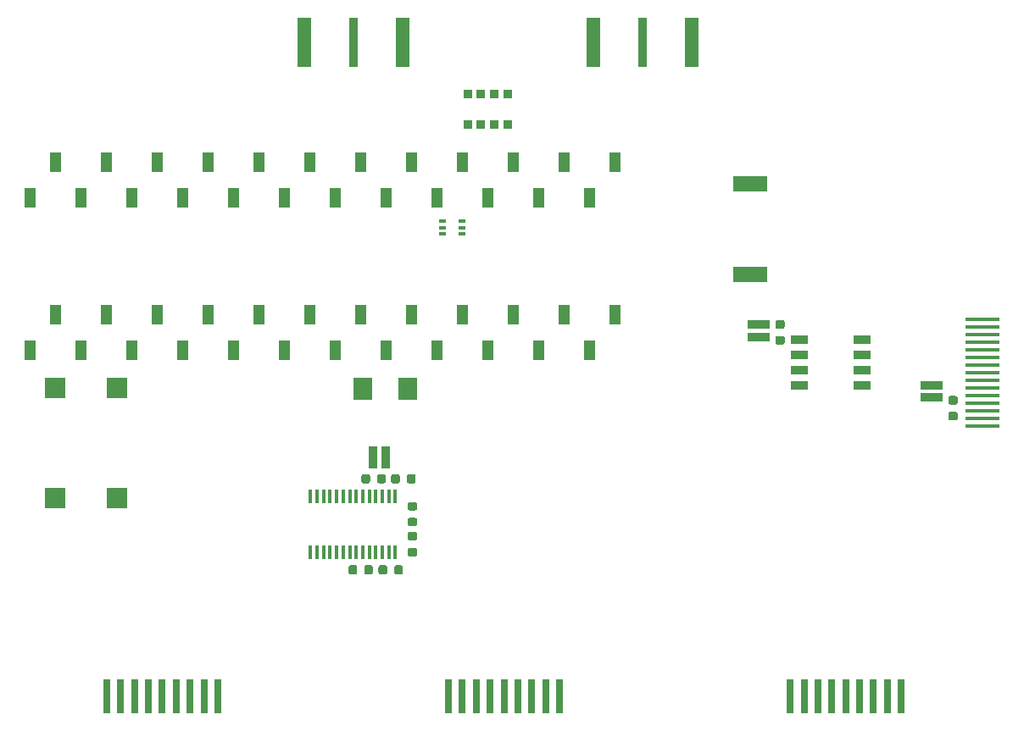
<source format=gtp>
G04 #@! TF.GenerationSoftware,KiCad,Pcbnew,(5.1.6)-1*
G04 #@! TF.CreationDate,2022-01-17T17:33:41-08:00*
G04 #@! TF.ProjectId,Attenuator Controller Board,41747465-6e75-4617-946f-7220436f6e74,rev?*
G04 #@! TF.SameCoordinates,Original*
G04 #@! TF.FileFunction,Paste,Top*
G04 #@! TF.FilePolarity,Positive*
%FSLAX46Y46*%
G04 Gerber Fmt 4.6, Leading zero omitted, Abs format (unit mm)*
G04 Created by KiCad (PCBNEW (5.1.6)-1) date 2022-01-17 17:33:41*
%MOMM*%
%LPD*%
G01*
G04 APERTURE LIST*
%ADD10C,0.010000*%
%ADD11R,0.800000X3.500001*%
%ADD12R,0.355600X1.473200*%
%ADD13R,1.701800X0.939800*%
%ADD14R,1.020000X1.905000*%
%ADD15R,1.879600X2.260600*%
%ADD16R,2.170000X0.900000*%
%ADD17R,0.900000X0.900000*%
%ADD18R,3.505200X0.304800*%
%ADD19R,0.860000X5.000000*%
%ADD20R,1.350000X5.000000*%
%ADD21R,2.000000X2.000000*%
%ADD22R,0.650000X0.400000*%
%ADD23R,0.900000X2.170000*%
%ADD24R,3.500000X1.500000*%
G04 APERTURE END LIST*
D10*
G36*
X130030000Y-83540000D02*
G01*
X131050000Y-83540000D01*
X131050000Y-85445000D01*
X130030000Y-85445000D01*
X130030000Y-83540000D01*
G37*
X130030000Y-83540000D02*
X131050000Y-83540000D01*
X131050000Y-85445000D01*
X130030000Y-85445000D01*
X130030000Y-83540000D01*
G36*
X132570000Y-87096000D02*
G01*
X133590000Y-87096000D01*
X133590000Y-89001000D01*
X132570000Y-89001000D01*
X132570000Y-87096000D01*
G37*
X132570000Y-87096000D02*
X133590000Y-87096000D01*
X133590000Y-89001000D01*
X132570000Y-89001000D01*
X132570000Y-87096000D01*
G36*
X160510000Y-83540000D02*
G01*
X161530000Y-83540000D01*
X161530000Y-85445000D01*
X160510000Y-85445000D01*
X160510000Y-83540000D01*
G37*
X160510000Y-83540000D02*
X161530000Y-83540000D01*
X161530000Y-85445000D01*
X160510000Y-85445000D01*
X160510000Y-83540000D01*
G36*
X150350000Y-83540000D02*
G01*
X151370000Y-83540000D01*
X151370000Y-85445000D01*
X150350000Y-85445000D01*
X150350000Y-83540000D01*
G37*
X150350000Y-83540000D02*
X151370000Y-83540000D01*
X151370000Y-85445000D01*
X150350000Y-85445000D01*
X150350000Y-83540000D01*
G36*
X140190000Y-83540000D02*
G01*
X141210000Y-83540000D01*
X141210000Y-85445000D01*
X140190000Y-85445000D01*
X140190000Y-83540000D01*
G37*
X140190000Y-83540000D02*
X141210000Y-83540000D01*
X141210000Y-85445000D01*
X140190000Y-85445000D01*
X140190000Y-83540000D01*
G36*
X145270000Y-83540000D02*
G01*
X146290000Y-83540000D01*
X146290000Y-85445000D01*
X145270000Y-85445000D01*
X145270000Y-83540000D01*
G37*
X145270000Y-83540000D02*
X146290000Y-83540000D01*
X146290000Y-85445000D01*
X145270000Y-85445000D01*
X145270000Y-83540000D01*
G36*
X122410000Y-87096000D02*
G01*
X123430000Y-87096000D01*
X123430000Y-89001000D01*
X122410000Y-89001000D01*
X122410000Y-87096000D01*
G37*
X122410000Y-87096000D02*
X123430000Y-87096000D01*
X123430000Y-89001000D01*
X122410000Y-89001000D01*
X122410000Y-87096000D01*
G36*
X135110000Y-83540000D02*
G01*
X136130000Y-83540000D01*
X136130000Y-85445000D01*
X135110000Y-85445000D01*
X135110000Y-83540000D01*
G37*
X135110000Y-83540000D02*
X136130000Y-83540000D01*
X136130000Y-85445000D01*
X135110000Y-85445000D01*
X135110000Y-83540000D01*
G36*
X157970000Y-87096000D02*
G01*
X158990000Y-87096000D01*
X158990000Y-89001000D01*
X157970000Y-89001000D01*
X157970000Y-87096000D01*
G37*
X157970000Y-87096000D02*
X158990000Y-87096000D01*
X158990000Y-89001000D01*
X157970000Y-89001000D01*
X157970000Y-87096000D01*
G36*
X155430000Y-83540000D02*
G01*
X156450000Y-83540000D01*
X156450000Y-85445000D01*
X155430000Y-85445000D01*
X155430000Y-83540000D01*
G37*
X155430000Y-83540000D02*
X156450000Y-83540000D01*
X156450000Y-85445000D01*
X155430000Y-85445000D01*
X155430000Y-83540000D01*
G36*
X152890000Y-87096000D02*
G01*
X153910000Y-87096000D01*
X153910000Y-89001000D01*
X152890000Y-89001000D01*
X152890000Y-87096000D01*
G37*
X152890000Y-87096000D02*
X153910000Y-87096000D01*
X153910000Y-89001000D01*
X152890000Y-89001000D01*
X152890000Y-87096000D01*
G36*
X119870000Y-83540000D02*
G01*
X120890000Y-83540000D01*
X120890000Y-85445000D01*
X119870000Y-85445000D01*
X119870000Y-83540000D01*
G37*
X119870000Y-83540000D02*
X120890000Y-83540000D01*
X120890000Y-85445000D01*
X119870000Y-85445000D01*
X119870000Y-83540000D01*
G36*
X147810000Y-87096000D02*
G01*
X148830000Y-87096000D01*
X148830000Y-89001000D01*
X147810000Y-89001000D01*
X147810000Y-87096000D01*
G37*
X147810000Y-87096000D02*
X148830000Y-87096000D01*
X148830000Y-89001000D01*
X147810000Y-89001000D01*
X147810000Y-87096000D01*
G36*
X124950000Y-83540000D02*
G01*
X125970000Y-83540000D01*
X125970000Y-85445000D01*
X124950000Y-85445000D01*
X124950000Y-83540000D01*
G37*
X124950000Y-83540000D02*
X125970000Y-83540000D01*
X125970000Y-85445000D01*
X124950000Y-85445000D01*
X124950000Y-83540000D01*
G36*
X142730000Y-87096000D02*
G01*
X143750000Y-87096000D01*
X143750000Y-89001000D01*
X142730000Y-89001000D01*
X142730000Y-87096000D01*
G37*
X142730000Y-87096000D02*
X143750000Y-87096000D01*
X143750000Y-89001000D01*
X142730000Y-89001000D01*
X142730000Y-87096000D01*
G36*
X137650000Y-87096000D02*
G01*
X138670000Y-87096000D01*
X138670000Y-89001000D01*
X137650000Y-89001000D01*
X137650000Y-87096000D01*
G37*
X137650000Y-87096000D02*
X138670000Y-87096000D01*
X138670000Y-89001000D01*
X137650000Y-89001000D01*
X137650000Y-87096000D01*
G36*
X127490000Y-87096000D02*
G01*
X128510000Y-87096000D01*
X128510000Y-89001000D01*
X127490000Y-89001000D01*
X127490000Y-87096000D01*
G37*
X127490000Y-87096000D02*
X128510000Y-87096000D01*
X128510000Y-89001000D01*
X127490000Y-89001000D01*
X127490000Y-87096000D01*
G36*
X107170000Y-87096000D02*
G01*
X108190000Y-87096000D01*
X108190000Y-89001000D01*
X107170000Y-89001000D01*
X107170000Y-87096000D01*
G37*
X107170000Y-87096000D02*
X108190000Y-87096000D01*
X108190000Y-89001000D01*
X107170000Y-89001000D01*
X107170000Y-87096000D01*
G36*
X102090000Y-87096000D02*
G01*
X103110000Y-87096000D01*
X103110000Y-89001000D01*
X102090000Y-89001000D01*
X102090000Y-87096000D01*
G37*
X102090000Y-87096000D02*
X103110000Y-87096000D01*
X103110000Y-89001000D01*
X102090000Y-89001000D01*
X102090000Y-87096000D01*
G36*
X117330000Y-87096000D02*
G01*
X118350000Y-87096000D01*
X118350000Y-89001000D01*
X117330000Y-89001000D01*
X117330000Y-87096000D01*
G37*
X117330000Y-87096000D02*
X118350000Y-87096000D01*
X118350000Y-89001000D01*
X117330000Y-89001000D01*
X117330000Y-87096000D01*
G36*
X104630000Y-83540000D02*
G01*
X105650000Y-83540000D01*
X105650000Y-85445000D01*
X104630000Y-85445000D01*
X104630000Y-83540000D01*
G37*
X104630000Y-83540000D02*
X105650000Y-83540000D01*
X105650000Y-85445000D01*
X104630000Y-85445000D01*
X104630000Y-83540000D01*
G36*
X114790000Y-83540000D02*
G01*
X115810000Y-83540000D01*
X115810000Y-85445000D01*
X114790000Y-85445000D01*
X114790000Y-83540000D01*
G37*
X114790000Y-83540000D02*
X115810000Y-83540000D01*
X115810000Y-85445000D01*
X114790000Y-85445000D01*
X114790000Y-83540000D01*
G36*
X112250000Y-87096000D02*
G01*
X113270000Y-87096000D01*
X113270000Y-89001000D01*
X112250000Y-89001000D01*
X112250000Y-87096000D01*
G37*
X112250000Y-87096000D02*
X113270000Y-87096000D01*
X113270000Y-89001000D01*
X112250000Y-89001000D01*
X112250000Y-87096000D01*
G36*
X109710000Y-83540000D02*
G01*
X110730000Y-83540000D01*
X110730000Y-85445000D01*
X109710000Y-85445000D01*
X109710000Y-83540000D01*
G37*
X109710000Y-83540000D02*
X110730000Y-83540000D01*
X110730000Y-85445000D01*
X109710000Y-85445000D01*
X109710000Y-83540000D01*
G36*
X160510000Y-98780000D02*
G01*
X161530000Y-98780000D01*
X161530000Y-100685000D01*
X160510000Y-100685000D01*
X160510000Y-98780000D01*
G37*
X160510000Y-98780000D02*
X161530000Y-98780000D01*
X161530000Y-100685000D01*
X160510000Y-100685000D01*
X160510000Y-98780000D01*
G36*
X157970000Y-102336000D02*
G01*
X158990000Y-102336000D01*
X158990000Y-104241000D01*
X157970000Y-104241000D01*
X157970000Y-102336000D01*
G37*
X157970000Y-102336000D02*
X158990000Y-102336000D01*
X158990000Y-104241000D01*
X157970000Y-104241000D01*
X157970000Y-102336000D01*
G36*
X155430000Y-98780000D02*
G01*
X156450000Y-98780000D01*
X156450000Y-100685000D01*
X155430000Y-100685000D01*
X155430000Y-98780000D01*
G37*
X155430000Y-98780000D02*
X156450000Y-98780000D01*
X156450000Y-100685000D01*
X155430000Y-100685000D01*
X155430000Y-98780000D01*
G36*
X152890000Y-102336000D02*
G01*
X153910000Y-102336000D01*
X153910000Y-104241000D01*
X152890000Y-104241000D01*
X152890000Y-102336000D01*
G37*
X152890000Y-102336000D02*
X153910000Y-102336000D01*
X153910000Y-104241000D01*
X152890000Y-104241000D01*
X152890000Y-102336000D01*
G36*
X150350000Y-98780000D02*
G01*
X151370000Y-98780000D01*
X151370000Y-100685000D01*
X150350000Y-100685000D01*
X150350000Y-98780000D01*
G37*
X150350000Y-98780000D02*
X151370000Y-98780000D01*
X151370000Y-100685000D01*
X150350000Y-100685000D01*
X150350000Y-98780000D01*
G36*
X147810000Y-102336000D02*
G01*
X148830000Y-102336000D01*
X148830000Y-104241000D01*
X147810000Y-104241000D01*
X147810000Y-102336000D01*
G37*
X147810000Y-102336000D02*
X148830000Y-102336000D01*
X148830000Y-104241000D01*
X147810000Y-104241000D01*
X147810000Y-102336000D01*
G36*
X145270000Y-98780000D02*
G01*
X146290000Y-98780000D01*
X146290000Y-100685000D01*
X145270000Y-100685000D01*
X145270000Y-98780000D01*
G37*
X145270000Y-98780000D02*
X146290000Y-98780000D01*
X146290000Y-100685000D01*
X145270000Y-100685000D01*
X145270000Y-98780000D01*
G36*
X142730000Y-102336000D02*
G01*
X143750000Y-102336000D01*
X143750000Y-104241000D01*
X142730000Y-104241000D01*
X142730000Y-102336000D01*
G37*
X142730000Y-102336000D02*
X143750000Y-102336000D01*
X143750000Y-104241000D01*
X142730000Y-104241000D01*
X142730000Y-102336000D01*
G36*
X140190000Y-98780000D02*
G01*
X141210000Y-98780000D01*
X141210000Y-100685000D01*
X140190000Y-100685000D01*
X140190000Y-98780000D01*
G37*
X140190000Y-98780000D02*
X141210000Y-98780000D01*
X141210000Y-100685000D01*
X140190000Y-100685000D01*
X140190000Y-98780000D01*
G36*
X137650000Y-102336000D02*
G01*
X138670000Y-102336000D01*
X138670000Y-104241000D01*
X137650000Y-104241000D01*
X137650000Y-102336000D01*
G37*
X137650000Y-102336000D02*
X138670000Y-102336000D01*
X138670000Y-104241000D01*
X137650000Y-104241000D01*
X137650000Y-102336000D01*
G36*
X135110000Y-98780000D02*
G01*
X136130000Y-98780000D01*
X136130000Y-100685000D01*
X135110000Y-100685000D01*
X135110000Y-98780000D01*
G37*
X135110000Y-98780000D02*
X136130000Y-98780000D01*
X136130000Y-100685000D01*
X135110000Y-100685000D01*
X135110000Y-98780000D01*
G36*
X132570000Y-102336000D02*
G01*
X133590000Y-102336000D01*
X133590000Y-104241000D01*
X132570000Y-104241000D01*
X132570000Y-102336000D01*
G37*
X132570000Y-102336000D02*
X133590000Y-102336000D01*
X133590000Y-104241000D01*
X132570000Y-104241000D01*
X132570000Y-102336000D01*
G36*
X130030000Y-98780000D02*
G01*
X131050000Y-98780000D01*
X131050000Y-100685000D01*
X130030000Y-100685000D01*
X130030000Y-98780000D01*
G37*
X130030000Y-98780000D02*
X131050000Y-98780000D01*
X131050000Y-100685000D01*
X130030000Y-100685000D01*
X130030000Y-98780000D01*
G36*
X127490000Y-102336000D02*
G01*
X128510000Y-102336000D01*
X128510000Y-104241000D01*
X127490000Y-104241000D01*
X127490000Y-102336000D01*
G37*
X127490000Y-102336000D02*
X128510000Y-102336000D01*
X128510000Y-104241000D01*
X127490000Y-104241000D01*
X127490000Y-102336000D01*
G36*
X124950000Y-98780000D02*
G01*
X125970000Y-98780000D01*
X125970000Y-100685000D01*
X124950000Y-100685000D01*
X124950000Y-98780000D01*
G37*
X124950000Y-98780000D02*
X125970000Y-98780000D01*
X125970000Y-100685000D01*
X124950000Y-100685000D01*
X124950000Y-98780000D01*
G36*
X122410000Y-102336000D02*
G01*
X123430000Y-102336000D01*
X123430000Y-104241000D01*
X122410000Y-104241000D01*
X122410000Y-102336000D01*
G37*
X122410000Y-102336000D02*
X123430000Y-102336000D01*
X123430000Y-104241000D01*
X122410000Y-104241000D01*
X122410000Y-102336000D01*
G36*
X119870000Y-98780000D02*
G01*
X120890000Y-98780000D01*
X120890000Y-100685000D01*
X119870000Y-100685000D01*
X119870000Y-98780000D01*
G37*
X119870000Y-98780000D02*
X120890000Y-98780000D01*
X120890000Y-100685000D01*
X119870000Y-100685000D01*
X119870000Y-98780000D01*
G36*
X117330000Y-102336000D02*
G01*
X118350000Y-102336000D01*
X118350000Y-104241000D01*
X117330000Y-104241000D01*
X117330000Y-102336000D01*
G37*
X117330000Y-102336000D02*
X118350000Y-102336000D01*
X118350000Y-104241000D01*
X117330000Y-104241000D01*
X117330000Y-102336000D01*
G36*
X114790000Y-98780000D02*
G01*
X115810000Y-98780000D01*
X115810000Y-100685000D01*
X114790000Y-100685000D01*
X114790000Y-98780000D01*
G37*
X114790000Y-98780000D02*
X115810000Y-98780000D01*
X115810000Y-100685000D01*
X114790000Y-100685000D01*
X114790000Y-98780000D01*
G36*
X112250000Y-102336000D02*
G01*
X113270000Y-102336000D01*
X113270000Y-104241000D01*
X112250000Y-104241000D01*
X112250000Y-102336000D01*
G37*
X112250000Y-102336000D02*
X113270000Y-102336000D01*
X113270000Y-104241000D01*
X112250000Y-104241000D01*
X112250000Y-102336000D01*
G36*
X109710000Y-98780000D02*
G01*
X110730000Y-98780000D01*
X110730000Y-100685000D01*
X109710000Y-100685000D01*
X109710000Y-98780000D01*
G37*
X109710000Y-98780000D02*
X110730000Y-98780000D01*
X110730000Y-100685000D01*
X109710000Y-100685000D01*
X109710000Y-98780000D01*
G36*
X107170000Y-102336000D02*
G01*
X108190000Y-102336000D01*
X108190000Y-104241000D01*
X107170000Y-104241000D01*
X107170000Y-102336000D01*
G37*
X107170000Y-102336000D02*
X108190000Y-102336000D01*
X108190000Y-104241000D01*
X107170000Y-104241000D01*
X107170000Y-102336000D01*
G36*
X104630000Y-98780000D02*
G01*
X105650000Y-98780000D01*
X105650000Y-100685000D01*
X104630000Y-100685000D01*
X104630000Y-98780000D01*
G37*
X104630000Y-98780000D02*
X105650000Y-98780000D01*
X105650000Y-100685000D01*
X104630000Y-100685000D01*
X104630000Y-98780000D01*
G36*
X102090000Y-102336000D02*
G01*
X103110000Y-102336000D01*
X103110000Y-104241000D01*
X102090000Y-104241000D01*
X102090000Y-102336000D01*
G37*
X102090000Y-102336000D02*
X103110000Y-102336000D01*
X103110000Y-104241000D01*
X102090000Y-104241000D01*
X102090000Y-102336000D01*
D11*
X155528600Y-137880000D03*
X154143599Y-137880000D03*
X152758600Y-137880000D03*
X151373599Y-137880000D03*
X149988601Y-137880000D03*
X148603600Y-137880000D03*
X147218599Y-137880000D03*
X145833600Y-137880000D03*
X144448599Y-137880000D03*
G36*
G01*
X195096250Y-108757500D02*
X194583750Y-108757500D01*
G75*
G02*
X194365000Y-108538750I0J218750D01*
G01*
X194365000Y-108101250D01*
G75*
G02*
X194583750Y-107882500I218750J0D01*
G01*
X195096250Y-107882500D01*
G75*
G02*
X195315000Y-108101250I0J-218750D01*
G01*
X195315000Y-108538750D01*
G75*
G02*
X195096250Y-108757500I-218750J0D01*
G01*
G37*
G36*
G01*
X195096250Y-110332500D02*
X194583750Y-110332500D01*
G75*
G02*
X194365000Y-110113750I0J218750D01*
G01*
X194365000Y-109676250D01*
G75*
G02*
X194583750Y-109457500I218750J0D01*
G01*
X195096250Y-109457500D01*
G75*
G02*
X195315000Y-109676250I0J-218750D01*
G01*
X195315000Y-110113750D01*
G75*
G02*
X195096250Y-110332500I-218750J0D01*
G01*
G37*
G36*
G01*
X177816250Y-101177500D02*
X177303750Y-101177500D01*
G75*
G02*
X177085000Y-100958750I0J218750D01*
G01*
X177085000Y-100521250D01*
G75*
G02*
X177303750Y-100302500I218750J0D01*
G01*
X177816250Y-100302500D01*
G75*
G02*
X178035000Y-100521250I0J-218750D01*
G01*
X178035000Y-100958750D01*
G75*
G02*
X177816250Y-101177500I-218750J0D01*
G01*
G37*
G36*
G01*
X177816250Y-102752500D02*
X177303750Y-102752500D01*
G75*
G02*
X177085000Y-102533750I0J218750D01*
G01*
X177085000Y-102096250D01*
G75*
G02*
X177303750Y-101877500I218750J0D01*
G01*
X177816250Y-101877500D01*
G75*
G02*
X178035000Y-102096250I0J-218750D01*
G01*
X178035000Y-102533750D01*
G75*
G02*
X177816250Y-102752500I-218750J0D01*
G01*
G37*
D12*
X139125000Y-117890600D03*
X138474999Y-117890600D03*
X137825000Y-117890600D03*
X137174999Y-117890600D03*
X136525001Y-117890600D03*
X135874999Y-117890600D03*
X135225001Y-117890600D03*
X134575002Y-117890600D03*
X133925001Y-117890600D03*
X133275002Y-117890600D03*
X132625001Y-117890600D03*
X131975002Y-117890600D03*
X131325001Y-117890600D03*
X130675002Y-117890600D03*
X130675000Y-123529400D03*
X131325001Y-123529400D03*
X131975000Y-123529400D03*
X132625001Y-123529400D03*
X133274999Y-123529400D03*
X133925001Y-123529400D03*
X134574999Y-123529400D03*
X135225001Y-123529400D03*
X135874999Y-123529400D03*
X136525001Y-123529400D03*
X137174999Y-123529400D03*
X137825000Y-123529400D03*
X138474999Y-123529400D03*
X139125000Y-123529400D03*
D13*
X179460400Y-102225001D03*
X179460400Y-103755000D03*
X179460400Y-105285000D03*
X179460400Y-106814999D03*
X185759600Y-106814999D03*
X185759600Y-105285000D03*
X185759600Y-103755000D03*
X185759600Y-102225001D03*
D14*
X161020000Y-99732000D03*
X158480000Y-103288000D03*
X155940000Y-99732000D03*
X153400000Y-103288000D03*
X150860000Y-99732000D03*
X148320000Y-103288000D03*
X145780000Y-99732000D03*
X143240000Y-103288000D03*
X140700000Y-99732000D03*
X138160000Y-103288000D03*
X135620000Y-99732000D03*
X133080000Y-103288000D03*
X130540000Y-99732000D03*
X128000000Y-103288000D03*
X125460000Y-99732000D03*
X122920000Y-103288000D03*
X120380000Y-99732000D03*
X117840000Y-103288000D03*
X115300000Y-99732000D03*
X112760000Y-103288000D03*
X110220000Y-99732000D03*
X107680000Y-103288000D03*
X105140000Y-99732000D03*
X102600000Y-103288000D03*
X112760000Y-88048000D03*
X130540000Y-84492000D03*
X140700000Y-84492000D03*
X145780000Y-84492000D03*
X155940000Y-84492000D03*
X158480000Y-88048000D03*
X125460000Y-84492000D03*
X107680000Y-88048000D03*
X115300000Y-84492000D03*
X120380000Y-84492000D03*
X122920000Y-88048000D03*
X135620000Y-84492000D03*
X148320000Y-88048000D03*
X138160000Y-88048000D03*
X150860000Y-84492000D03*
X102600000Y-88048000D03*
X117840000Y-88048000D03*
X105140000Y-84492000D03*
X110220000Y-84492000D03*
X128000000Y-88048000D03*
X143240000Y-88048000D03*
X153400000Y-88048000D03*
X161020000Y-84492000D03*
X133080000Y-88048000D03*
D15*
X140339600Y-107140000D03*
X135920000Y-107140000D03*
D16*
X192670000Y-106790000D03*
X192670000Y-108010000D03*
X175450000Y-100740000D03*
X175450000Y-101960000D03*
D17*
X149010000Y-77710000D03*
X150350000Y-77710000D03*
X146350000Y-77710000D03*
X147690000Y-77710000D03*
X149010000Y-80710000D03*
X147690000Y-80710000D03*
X150350000Y-80710000D03*
X146350000Y-80710000D03*
D11*
X189660001Y-137880000D03*
X188275000Y-137880000D03*
X186890001Y-137880000D03*
X185505000Y-137880000D03*
X184120002Y-137880000D03*
X182735001Y-137880000D03*
X181350000Y-137880000D03*
X179965001Y-137880000D03*
X178580000Y-137880000D03*
X121397200Y-137880000D03*
X120012199Y-137880000D03*
X118627200Y-137880000D03*
X117242199Y-137880000D03*
X115857201Y-137880000D03*
X114472200Y-137880000D03*
X113087199Y-137880000D03*
X111702200Y-137880000D03*
X110317199Y-137880000D03*
D18*
X197760000Y-101742700D03*
X197760000Y-104021080D03*
X197760000Y-106299460D03*
X197760000Y-108577840D03*
X197760000Y-110856220D03*
X197760000Y-100223780D03*
X197760000Y-102502160D03*
X197760000Y-104780540D03*
X197760000Y-107058920D03*
X197760000Y-109337300D03*
X197760000Y-100983240D03*
X197760000Y-103261620D03*
X197760000Y-105540000D03*
X197760000Y-107818380D03*
X197760000Y-110096760D03*
D19*
X134960000Y-72560000D03*
D20*
X130035000Y-72560000D03*
X139885000Y-72560000D03*
D19*
X163830000Y-72560000D03*
D20*
X158905000Y-72560000D03*
X168755000Y-72560000D03*
D21*
X105120000Y-118090000D03*
X111320000Y-118090000D03*
X111320000Y-107090000D03*
X105120000Y-107090000D03*
D22*
X145760000Y-90410000D03*
X145760000Y-91710000D03*
X143860000Y-91060000D03*
X145760000Y-91060000D03*
X143860000Y-91710000D03*
X143860000Y-90410000D03*
G36*
G01*
X135322500Y-125003750D02*
X135322500Y-125516250D01*
G75*
G02*
X135103750Y-125735000I-218750J0D01*
G01*
X134666250Y-125735000D01*
G75*
G02*
X134447500Y-125516250I0J218750D01*
G01*
X134447500Y-125003750D01*
G75*
G02*
X134666250Y-124785000I218750J0D01*
G01*
X135103750Y-124785000D01*
G75*
G02*
X135322500Y-125003750I0J-218750D01*
G01*
G37*
G36*
G01*
X136897500Y-125003750D02*
X136897500Y-125516250D01*
G75*
G02*
X136678750Y-125735000I-218750J0D01*
G01*
X136241250Y-125735000D01*
G75*
G02*
X136022500Y-125516250I0J218750D01*
G01*
X136022500Y-125003750D01*
G75*
G02*
X136241250Y-124785000I218750J0D01*
G01*
X136678750Y-124785000D01*
G75*
G02*
X136897500Y-125003750I0J-218750D01*
G01*
G37*
G36*
G01*
X138322500Y-125013750D02*
X138322500Y-125526250D01*
G75*
G02*
X138103750Y-125745000I-218750J0D01*
G01*
X137666250Y-125745000D01*
G75*
G02*
X137447500Y-125526250I0J218750D01*
G01*
X137447500Y-125013750D01*
G75*
G02*
X137666250Y-124795000I218750J0D01*
G01*
X138103750Y-124795000D01*
G75*
G02*
X138322500Y-125013750I0J-218750D01*
G01*
G37*
G36*
G01*
X139897500Y-125013750D02*
X139897500Y-125526250D01*
G75*
G02*
X139678750Y-125745000I-218750J0D01*
G01*
X139241250Y-125745000D01*
G75*
G02*
X139022500Y-125526250I0J218750D01*
G01*
X139022500Y-125013750D01*
G75*
G02*
X139241250Y-124795000I218750J0D01*
G01*
X139678750Y-124795000D01*
G75*
G02*
X139897500Y-125013750I0J-218750D01*
G01*
G37*
G36*
G01*
X140583750Y-123047500D02*
X141096250Y-123047500D01*
G75*
G02*
X141315000Y-123266250I0J-218750D01*
G01*
X141315000Y-123703750D01*
G75*
G02*
X141096250Y-123922500I-218750J0D01*
G01*
X140583750Y-123922500D01*
G75*
G02*
X140365000Y-123703750I0J218750D01*
G01*
X140365000Y-123266250D01*
G75*
G02*
X140583750Y-123047500I218750J0D01*
G01*
G37*
G36*
G01*
X140583750Y-121472500D02*
X141096250Y-121472500D01*
G75*
G02*
X141315000Y-121691250I0J-218750D01*
G01*
X141315000Y-122128750D01*
G75*
G02*
X141096250Y-122347500I-218750J0D01*
G01*
X140583750Y-122347500D01*
G75*
G02*
X140365000Y-122128750I0J218750D01*
G01*
X140365000Y-121691250D01*
G75*
G02*
X140583750Y-121472500I218750J0D01*
G01*
G37*
G36*
G01*
X141096250Y-119347500D02*
X140583750Y-119347500D01*
G75*
G02*
X140365000Y-119128750I0J218750D01*
G01*
X140365000Y-118691250D01*
G75*
G02*
X140583750Y-118472500I218750J0D01*
G01*
X141096250Y-118472500D01*
G75*
G02*
X141315000Y-118691250I0J-218750D01*
G01*
X141315000Y-119128750D01*
G75*
G02*
X141096250Y-119347500I-218750J0D01*
G01*
G37*
G36*
G01*
X141096250Y-120922500D02*
X140583750Y-120922500D01*
G75*
G02*
X140365000Y-120703750I0J218750D01*
G01*
X140365000Y-120266250D01*
G75*
G02*
X140583750Y-120047500I218750J0D01*
G01*
X141096250Y-120047500D01*
G75*
G02*
X141315000Y-120266250I0J-218750D01*
G01*
X141315000Y-120703750D01*
G75*
G02*
X141096250Y-120922500I-218750J0D01*
G01*
G37*
G36*
G01*
X139587500Y-115903750D02*
X139587500Y-116416250D01*
G75*
G02*
X139368750Y-116635000I-218750J0D01*
G01*
X138931250Y-116635000D01*
G75*
G02*
X138712500Y-116416250I0J218750D01*
G01*
X138712500Y-115903750D01*
G75*
G02*
X138931250Y-115685000I218750J0D01*
G01*
X139368750Y-115685000D01*
G75*
G02*
X139587500Y-115903750I0J-218750D01*
G01*
G37*
G36*
G01*
X141162500Y-115903750D02*
X141162500Y-116416250D01*
G75*
G02*
X140943750Y-116635000I-218750J0D01*
G01*
X140506250Y-116635000D01*
G75*
G02*
X140287500Y-116416250I0J218750D01*
G01*
X140287500Y-115903750D01*
G75*
G02*
X140506250Y-115685000I218750J0D01*
G01*
X140943750Y-115685000D01*
G75*
G02*
X141162500Y-115903750I0J-218750D01*
G01*
G37*
G36*
G01*
X136612500Y-115903750D02*
X136612500Y-116416250D01*
G75*
G02*
X136393750Y-116635000I-218750J0D01*
G01*
X135956250Y-116635000D01*
G75*
G02*
X135737500Y-116416250I0J218750D01*
G01*
X135737500Y-115903750D01*
G75*
G02*
X135956250Y-115685000I218750J0D01*
G01*
X136393750Y-115685000D01*
G75*
G02*
X136612500Y-115903750I0J-218750D01*
G01*
G37*
G36*
G01*
X138187500Y-115903750D02*
X138187500Y-116416250D01*
G75*
G02*
X137968750Y-116635000I-218750J0D01*
G01*
X137531250Y-116635000D01*
G75*
G02*
X137312500Y-116416250I0J218750D01*
G01*
X137312500Y-115903750D01*
G75*
G02*
X137531250Y-115685000I218750J0D01*
G01*
X137968750Y-115685000D01*
G75*
G02*
X138187500Y-115903750I0J-218750D01*
G01*
G37*
D23*
X138160000Y-114060000D03*
X136940000Y-114060000D03*
D24*
X174560000Y-86700000D03*
X174560000Y-95700000D03*
M02*

</source>
